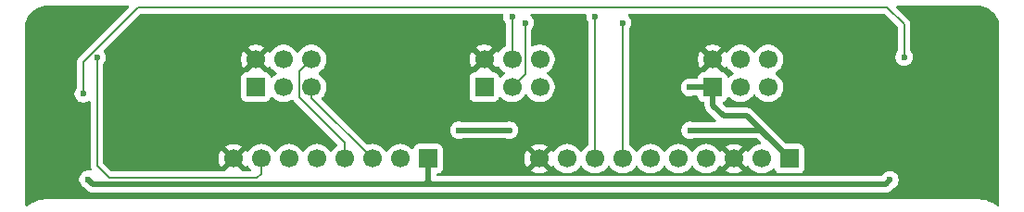
<source format=gbr>
%TF.GenerationSoftware,KiCad,Pcbnew,9.0.2*%
%TF.CreationDate,2025-07-24T17:01:52+02:00*%
%TF.ProjectId,SAO_V2,53414f5f-5632-42e6-9b69-6361645f7063,rev?*%
%TF.SameCoordinates,Original*%
%TF.FileFunction,Copper,L2,Bot*%
%TF.FilePolarity,Positive*%
%FSLAX46Y46*%
G04 Gerber Fmt 4.6, Leading zero omitted, Abs format (unit mm)*
G04 Created by KiCad (PCBNEW 9.0.2) date 2025-07-24 17:01:52*
%MOMM*%
%LPD*%
G01*
G04 APERTURE LIST*
%TA.AperFunction,ComponentPad*%
%ADD10R,1.700000X1.700000*%
%TD*%
%TA.AperFunction,ComponentPad*%
%ADD11C,1.700000*%
%TD*%
%TA.AperFunction,ViaPad*%
%ADD12C,0.600000*%
%TD*%
%TA.AperFunction,Conductor*%
%ADD13C,0.500000*%
%TD*%
%TA.AperFunction,Conductor*%
%ADD14C,0.150000*%
%TD*%
G04 APERTURE END LIST*
D10*
%TO.P,J3,1,VCC*%
%TO.N,+3.3V*%
X103310000Y-144455000D03*
D11*
%TO.P,J3,2,GND*%
%TO.N,GND*%
X103310000Y-141915000D03*
%TO.P,J3,3,SDA*%
%TO.N,I2C2.SDA*%
X105850000Y-144455000D03*
%TO.P,J3,4,SCL*%
%TO.N,I2C2.SCL*%
X105850000Y-141915000D03*
%TO.P,J3,5,GPIO1*%
%TO.N,GPIO3*%
X108390000Y-144455000D03*
%TO.P,J3,6,GPIO2*%
%TO.N,GPIO8*%
X108390000Y-141915000D03*
%TD*%
D10*
%TO.P,J1,1,VCC*%
%TO.N,+3.3V*%
X61570000Y-144455000D03*
D11*
%TO.P,J1,2,GND*%
%TO.N,GND*%
X61570000Y-141915000D03*
%TO.P,J1,3,SDA*%
%TO.N,I2C2.SDA*%
X64110000Y-144455000D03*
%TO.P,J1,4,SCL*%
%TO.N,I2C2.SCL*%
X64110000Y-141915000D03*
%TO.P,J1,5,GPIO1*%
%TO.N,GPIO7*%
X66650000Y-144455000D03*
%TO.P,J1,6,GPIO2*%
%TO.N,GPIO5*%
X66650000Y-141915000D03*
%TD*%
D10*
%TO.P,J5,1,Pin_1*%
%TO.N,+3.3V*%
X110330000Y-151000000D03*
D11*
%TO.P,J5,2,Pin_2*%
%TO.N,unconnected-(J5-Pin_2-Pad2)*%
X107790000Y-151000000D03*
%TO.P,J5,3,Pin_3*%
%TO.N,GND*%
X105250000Y-151000000D03*
%TO.P,J5,4,Pin_4*%
%TO.N,unconnected-(J5-Pin_4-Pad4)*%
X102710000Y-151000000D03*
%TO.P,J5,5,Pin_5*%
%TO.N,unconnected-(J5-Pin_5-Pad5)*%
X100170000Y-151000000D03*
%TO.P,J5,6,Pin_6*%
%TO.N,unconnected-(J5-Pin_6-Pad6)*%
X97630000Y-151000000D03*
%TO.P,J5,7,Pin_7*%
%TO.N,I2C2.SDA*%
X95090000Y-151000000D03*
%TO.P,J5,8,Pin_8*%
%TO.N,I2C2.SCL*%
X92550000Y-151000000D03*
%TO.P,J5,9,Pin_9*%
%TO.N,unconnected-(J5-Pin_9-Pad9)*%
X90010000Y-151000000D03*
%TO.P,J5,10,Pin_10*%
%TO.N,GND*%
X87470000Y-151000000D03*
%TD*%
D10*
%TO.P,J6,1,Pin_1*%
%TO.N,+5V*%
X77310000Y-151000000D03*
D11*
%TO.P,J6,2,Pin_2*%
%TO.N,unconnected-(J6-Pin_2-Pad2)*%
X74770000Y-151000000D03*
%TO.P,J6,3,Pin_3*%
%TO.N,GPIO7*%
X72230000Y-151000000D03*
%TO.P,J6,4,Pin_4*%
%TO.N,GPIO5*%
X69690000Y-151000000D03*
%TO.P,J6,5,Pin_5*%
%TO.N,GPIO3*%
X67150000Y-151000000D03*
%TO.P,J6,6,Pin_6*%
%TO.N,GPIO8*%
X64610000Y-151000000D03*
%TO.P,J6,7,Pin_7*%
%TO.N,GPIO10*%
X62070000Y-151000000D03*
%TO.P,J6,8,Pin_8*%
%TO.N,GND*%
X59530000Y-151000000D03*
%TD*%
D10*
%TO.P,J2,1,VCC*%
%TO.N,+3.3V*%
X82440000Y-144455000D03*
D11*
%TO.P,J2,2,GND*%
%TO.N,GND*%
X82440000Y-141915000D03*
%TO.P,J2,3,SDA*%
%TO.N,I2C2.SDA*%
X84980000Y-144455000D03*
%TO.P,J2,4,SCL*%
%TO.N,I2C2.SCL*%
X84980000Y-141915000D03*
%TO.P,J2,5,GPIO1*%
%TO.N,GPIO7*%
X87520000Y-144455000D03*
%TO.P,J2,6,GPIO2*%
%TO.N,GPIO5*%
X87520000Y-141915000D03*
%TD*%
D12*
%TO.N,+3.3V*%
X84740000Y-148390000D03*
X101240000Y-148390000D03*
X101190000Y-144480000D03*
X80110000Y-148390000D03*
%TO.N,+5V*%
X119500000Y-152950000D03*
X46230000Y-152880000D03*
%TO.N,I2C2.SCL*%
X92550000Y-137995000D03*
X84980000Y-137990000D03*
%TO.N,I2C2.SDA*%
X86170000Y-138570000D03*
X95090000Y-138570000D03*
%TO.N,GPIO10*%
X47050000Y-141730000D03*
%TO.N,Net-(D2-DOUT)*%
X45810000Y-145060000D03*
X120800000Y-141700000D03*
%TD*%
D13*
%TO.N,+3.3V*%
X110330000Y-151000000D02*
X107720000Y-148390000D01*
X80110000Y-148390000D02*
X84740000Y-148390000D01*
X101215000Y-144455000D02*
X101190000Y-144480000D01*
X104290000Y-147080000D02*
X103310000Y-146100000D01*
X106420000Y-147090000D02*
X104290000Y-147090000D01*
X107720000Y-148390000D02*
X101240000Y-148390000D01*
X104290000Y-147090000D02*
X104290000Y-147080000D01*
X103310000Y-144455000D02*
X101215000Y-144455000D01*
X103310000Y-146100000D02*
X103310000Y-144455000D01*
X110330000Y-151000000D02*
X106420000Y-147090000D01*
%TO.N,+5V*%
X46700000Y-153350000D02*
X59460000Y-153350000D01*
X77600000Y-153350000D02*
X119100000Y-153350000D01*
X46230000Y-152880000D02*
X46700000Y-153350000D01*
X77310000Y-151000000D02*
X77310000Y-153050000D01*
X77310000Y-153050000D02*
X77600000Y-153340000D01*
X59460000Y-153350000D02*
X77010000Y-153350000D01*
X77310000Y-153050000D02*
X77010000Y-153350000D01*
X119100000Y-153350000D02*
X119500000Y-152950000D01*
X77600000Y-153340000D02*
X77600000Y-153350000D01*
X77010000Y-153350000D02*
X77600000Y-153350000D01*
D14*
%TO.N,I2C2.SCL*%
X84980000Y-141915000D02*
X84980000Y-137990000D01*
X92550000Y-151000000D02*
X92550000Y-137995000D01*
%TO.N,I2C2.SDA*%
X86170000Y-143265000D02*
X86170000Y-138570000D01*
X84980000Y-144455000D02*
X86170000Y-143265000D01*
X95090000Y-151000000D02*
X95090000Y-138570000D01*
%TO.N,GPIO7*%
X72230000Y-151000000D02*
X66650000Y-145420000D01*
X66650000Y-145420000D02*
X66650000Y-144455000D01*
%TO.N,GPIO5*%
X65524000Y-143041000D02*
X66650000Y-141915000D01*
X69690000Y-151000000D02*
X69690000Y-149550000D01*
X65524000Y-145384000D02*
X65524000Y-143041000D01*
X69690000Y-149550000D02*
X65524000Y-145384000D01*
%TO.N,GPIO10*%
X62070000Y-152360000D02*
X61690000Y-152740000D01*
X62070000Y-151000000D02*
X62070000Y-152360000D01*
X47050000Y-151630000D02*
X47050000Y-141730000D01*
X48160000Y-152740000D02*
X47050000Y-151630000D01*
X61690000Y-152740000D02*
X48160000Y-152740000D01*
%TO.N,Net-(D2-DOUT)*%
X119260000Y-137160000D02*
X50805412Y-137160000D01*
X120800000Y-138700000D02*
X119260000Y-137160000D01*
X50805412Y-137160000D02*
X45810000Y-142155412D01*
X45810000Y-142155412D02*
X45810000Y-145060000D01*
X120800000Y-141700000D02*
X120800000Y-138700000D01*
%TD*%
%TA.AperFunction,Conductor*%
%TO.N,GND*%
G36*
X49936508Y-137002386D02*
G01*
X49982263Y-137055190D01*
X49992207Y-137124348D01*
X49963182Y-137187904D01*
X49957150Y-137194382D01*
X45349487Y-141802044D01*
X45349485Y-141802047D01*
X45273719Y-141933275D01*
X45234500Y-142079646D01*
X45234500Y-144452059D01*
X45214815Y-144519098D01*
X45198181Y-144539740D01*
X45188213Y-144549707D01*
X45188210Y-144549711D01*
X45100609Y-144680814D01*
X45100602Y-144680827D01*
X45040264Y-144826498D01*
X45040261Y-144826510D01*
X45009500Y-144981153D01*
X45009500Y-145138846D01*
X45040261Y-145293489D01*
X45040264Y-145293501D01*
X45100602Y-145439172D01*
X45100609Y-145439185D01*
X45188210Y-145570288D01*
X45188213Y-145570292D01*
X45299707Y-145681786D01*
X45299711Y-145681789D01*
X45430814Y-145769390D01*
X45430827Y-145769397D01*
X45517989Y-145805500D01*
X45576503Y-145829737D01*
X45718761Y-145858034D01*
X45731153Y-145860499D01*
X45731156Y-145860500D01*
X45731158Y-145860500D01*
X45888844Y-145860500D01*
X45888845Y-145860499D01*
X46043497Y-145829737D01*
X46189179Y-145769394D01*
X46281609Y-145707633D01*
X46348286Y-145686756D01*
X46415666Y-145705240D01*
X46462357Y-145757219D01*
X46474500Y-145810736D01*
X46474500Y-151554234D01*
X46474500Y-151705766D01*
X46475050Y-151707820D01*
X46513720Y-151852137D01*
X46513720Y-151852138D01*
X46551763Y-151918030D01*
X46568236Y-151985930D01*
X46545384Y-152051957D01*
X46490462Y-152095148D01*
X46420909Y-152101789D01*
X46420185Y-152101647D01*
X46308845Y-152079500D01*
X46308842Y-152079500D01*
X46151158Y-152079500D01*
X46151155Y-152079500D01*
X45996510Y-152110261D01*
X45996498Y-152110264D01*
X45850827Y-152170602D01*
X45850814Y-152170609D01*
X45719711Y-152258210D01*
X45719707Y-152258213D01*
X45608213Y-152369707D01*
X45608210Y-152369711D01*
X45520609Y-152500814D01*
X45520602Y-152500827D01*
X45460264Y-152646498D01*
X45460261Y-152646510D01*
X45429500Y-152801153D01*
X45429500Y-152958846D01*
X45460261Y-153113489D01*
X45460264Y-153113501D01*
X45520602Y-153259172D01*
X45520609Y-153259185D01*
X45608210Y-153390288D01*
X45608213Y-153390292D01*
X45719710Y-153501789D01*
X45807315Y-153560324D01*
X45850821Y-153589394D01*
X45850826Y-153589396D01*
X45850828Y-153589397D01*
X45874473Y-153599191D01*
X45914705Y-153626072D01*
X46221580Y-153932948D01*
X46221584Y-153932951D01*
X46344498Y-154015080D01*
X46344511Y-154015087D01*
X46481082Y-154071656D01*
X46481087Y-154071658D01*
X46481091Y-154071658D01*
X46481092Y-154071659D01*
X46626079Y-154100500D01*
X46626082Y-154100500D01*
X119173920Y-154100500D01*
X119271462Y-154081096D01*
X119318913Y-154071658D01*
X119455495Y-154015084D01*
X119504729Y-153982186D01*
X119578416Y-153932952D01*
X119815297Y-153696068D01*
X119855525Y-153669190D01*
X119879179Y-153659394D01*
X120010289Y-153571789D01*
X120121789Y-153460289D01*
X120209394Y-153329179D01*
X120269737Y-153183497D01*
X120300500Y-153028842D01*
X120300500Y-152871158D01*
X120300500Y-152871155D01*
X120300499Y-152871153D01*
X120269738Y-152716510D01*
X120269737Y-152716503D01*
X120240745Y-152646510D01*
X120209397Y-152570827D01*
X120209390Y-152570814D01*
X120121789Y-152439711D01*
X120121786Y-152439707D01*
X120010292Y-152328213D01*
X120010288Y-152328210D01*
X119879185Y-152240609D01*
X119879172Y-152240602D01*
X119733501Y-152180264D01*
X119733489Y-152180261D01*
X119578845Y-152149500D01*
X119578842Y-152149500D01*
X119421158Y-152149500D01*
X119421155Y-152149500D01*
X119266510Y-152180261D01*
X119266498Y-152180264D01*
X119120827Y-152240602D01*
X119120814Y-152240609D01*
X118989711Y-152328210D01*
X118989707Y-152328213D01*
X118878210Y-152439710D01*
X118808266Y-152544391D01*
X118754654Y-152589196D01*
X118705164Y-152599500D01*
X78184500Y-152599500D01*
X78175814Y-152596949D01*
X78166853Y-152598238D01*
X78142812Y-152587259D01*
X78117461Y-152579815D01*
X78111533Y-152572974D01*
X78103297Y-152569213D01*
X78089007Y-152546978D01*
X78071706Y-152527011D01*
X78069418Y-152516496D01*
X78065523Y-152510435D01*
X78060500Y-152475500D01*
X78060500Y-152474499D01*
X78080185Y-152407460D01*
X78132989Y-152361705D01*
X78184500Y-152350499D01*
X78207871Y-152350499D01*
X78207872Y-152350499D01*
X78267483Y-152344091D01*
X78402331Y-152293796D01*
X78517546Y-152207546D01*
X78603796Y-152092331D01*
X78654091Y-151957483D01*
X78660500Y-151897873D01*
X78660499Y-150102128D01*
X78654091Y-150042517D01*
X78617617Y-149944726D01*
X78603798Y-149907673D01*
X78603793Y-149907664D01*
X78517547Y-149792455D01*
X78517544Y-149792452D01*
X78402335Y-149706206D01*
X78402328Y-149706202D01*
X78267482Y-149655908D01*
X78267483Y-149655908D01*
X78207883Y-149649501D01*
X78207881Y-149649500D01*
X78207873Y-149649500D01*
X78207864Y-149649500D01*
X76412129Y-149649500D01*
X76412123Y-149649501D01*
X76352516Y-149655908D01*
X76217671Y-149706202D01*
X76217664Y-149706206D01*
X76102455Y-149792452D01*
X76102452Y-149792455D01*
X76016206Y-149907664D01*
X76016203Y-149907669D01*
X75967189Y-150039083D01*
X75925317Y-150095016D01*
X75859853Y-150119433D01*
X75791580Y-150104581D01*
X75763326Y-150083430D01*
X75649786Y-149969890D01*
X75477820Y-149844951D01*
X75288414Y-149748444D01*
X75288413Y-149748443D01*
X75288412Y-149748443D01*
X75086243Y-149682754D01*
X75086241Y-149682753D01*
X75086240Y-149682753D01*
X74924957Y-149657208D01*
X74876287Y-149649500D01*
X74663713Y-149649500D01*
X74615042Y-149657208D01*
X74453760Y-149682753D01*
X74251585Y-149748444D01*
X74062179Y-149844951D01*
X73890213Y-149969890D01*
X73739890Y-150120213D01*
X73614949Y-150292182D01*
X73610484Y-150300946D01*
X73562509Y-150351742D01*
X73494688Y-150368536D01*
X73428553Y-150345998D01*
X73389516Y-150300946D01*
X73385050Y-150292182D01*
X73260109Y-150120213D01*
X73109786Y-149969890D01*
X72937820Y-149844951D01*
X72748414Y-149748444D01*
X72748413Y-149748443D01*
X72748412Y-149748443D01*
X72546243Y-149682754D01*
X72546241Y-149682753D01*
X72546240Y-149682753D01*
X72384957Y-149657208D01*
X72336287Y-149649500D01*
X72123713Y-149649500D01*
X72097757Y-149653611D01*
X71913757Y-149682753D01*
X71844788Y-149705162D01*
X71774947Y-149707156D01*
X71718791Y-149674911D01*
X70355033Y-148311153D01*
X79309500Y-148311153D01*
X79309500Y-148468846D01*
X79340261Y-148623489D01*
X79340264Y-148623501D01*
X79400602Y-148769172D01*
X79400609Y-148769185D01*
X79488210Y-148900288D01*
X79488213Y-148900292D01*
X79599707Y-149011786D01*
X79599711Y-149011789D01*
X79730814Y-149099390D01*
X79730827Y-149099397D01*
X79830060Y-149140500D01*
X79876503Y-149159737D01*
X80031153Y-149190499D01*
X80031156Y-149190500D01*
X80031158Y-149190500D01*
X80188844Y-149190500D01*
X80188845Y-149190499D01*
X80265152Y-149175320D01*
X80343488Y-149159739D01*
X80343489Y-149159738D01*
X80343497Y-149159737D01*
X80367155Y-149149937D01*
X80414604Y-149140500D01*
X84435396Y-149140500D01*
X84482844Y-149149937D01*
X84506503Y-149159737D01*
X84506508Y-149159738D01*
X84506511Y-149159739D01*
X84661153Y-149190499D01*
X84661156Y-149190500D01*
X84661158Y-149190500D01*
X84818844Y-149190500D01*
X84818845Y-149190499D01*
X84973497Y-149159737D01*
X85119179Y-149099394D01*
X85250289Y-149011789D01*
X85361789Y-148900289D01*
X85449394Y-148769179D01*
X85509737Y-148623497D01*
X85540500Y-148468842D01*
X85540500Y-148311158D01*
X85540500Y-148311155D01*
X85540499Y-148311153D01*
X85509738Y-148156510D01*
X85509737Y-148156503D01*
X85509735Y-148156498D01*
X85449397Y-148010827D01*
X85449390Y-148010814D01*
X85361789Y-147879711D01*
X85361786Y-147879707D01*
X85250292Y-147768213D01*
X85250288Y-147768210D01*
X85119185Y-147680609D01*
X85119172Y-147680602D01*
X84973501Y-147620264D01*
X84973489Y-147620261D01*
X84818845Y-147589500D01*
X84818842Y-147589500D01*
X84661158Y-147589500D01*
X84661155Y-147589500D01*
X84506511Y-147620260D01*
X84506506Y-147620262D01*
X84506504Y-147620262D01*
X84506503Y-147620263D01*
X84482844Y-147630062D01*
X84435396Y-147639500D01*
X80414604Y-147639500D01*
X80367155Y-147630062D01*
X80343497Y-147620263D01*
X80343493Y-147620262D01*
X80343488Y-147620260D01*
X80188845Y-147589500D01*
X80188842Y-147589500D01*
X80031158Y-147589500D01*
X80031155Y-147589500D01*
X79876510Y-147620261D01*
X79876498Y-147620264D01*
X79730827Y-147680602D01*
X79730814Y-147680609D01*
X79599711Y-147768210D01*
X79599707Y-147768213D01*
X79488213Y-147879707D01*
X79488210Y-147879711D01*
X79400609Y-148010814D01*
X79400602Y-148010827D01*
X79340264Y-148156498D01*
X79340261Y-148156510D01*
X79309500Y-148311153D01*
X70355033Y-148311153D01*
X67617069Y-145573189D01*
X67583584Y-145511866D01*
X67588568Y-145442174D01*
X67617069Y-145397827D01*
X67643327Y-145371569D01*
X67680104Y-145334792D01*
X67680106Y-145334788D01*
X67680109Y-145334786D01*
X67805048Y-145162820D01*
X67805047Y-145162820D01*
X67805051Y-145162816D01*
X67901557Y-144973412D01*
X67967246Y-144771243D01*
X68000500Y-144561287D01*
X68000500Y-144348713D01*
X67967246Y-144138757D01*
X67901557Y-143936588D01*
X67805051Y-143747184D01*
X67805049Y-143747181D01*
X67805048Y-143747179D01*
X67680109Y-143575213D01*
X67529786Y-143424890D01*
X67357820Y-143299951D01*
X67357115Y-143299591D01*
X67349054Y-143295485D01*
X67298259Y-143247512D01*
X67281463Y-143179692D01*
X67303999Y-143113556D01*
X67349054Y-143074515D01*
X67357816Y-143070051D01*
X67424501Y-143021602D01*
X67529786Y-142945109D01*
X67529788Y-142945106D01*
X67529792Y-142945104D01*
X67680104Y-142794792D01*
X67680106Y-142794788D01*
X67680109Y-142794786D01*
X67805048Y-142622820D01*
X67805050Y-142622817D01*
X67805051Y-142622816D01*
X67901557Y-142433412D01*
X67967246Y-142231243D01*
X68000500Y-142021287D01*
X68000500Y-141808713D01*
X67967246Y-141598757D01*
X67901557Y-141396588D01*
X67805051Y-141207184D01*
X67805049Y-141207181D01*
X67805048Y-141207179D01*
X67680109Y-141035213D01*
X67529786Y-140884890D01*
X67357820Y-140759951D01*
X67168414Y-140663444D01*
X67168413Y-140663443D01*
X67168412Y-140663443D01*
X66966243Y-140597754D01*
X66966241Y-140597753D01*
X66966240Y-140597753D01*
X66804957Y-140572208D01*
X66756287Y-140564500D01*
X66543713Y-140564500D01*
X66495042Y-140572208D01*
X66333760Y-140597753D01*
X66131585Y-140663444D01*
X65942179Y-140759951D01*
X65770213Y-140884890D01*
X65619890Y-141035213D01*
X65494949Y-141207182D01*
X65490484Y-141215946D01*
X65442509Y-141266742D01*
X65374688Y-141283536D01*
X65308553Y-141260998D01*
X65269516Y-141215946D01*
X65265050Y-141207182D01*
X65140109Y-141035213D01*
X64989786Y-140884890D01*
X64817820Y-140759951D01*
X64628414Y-140663444D01*
X64628413Y-140663443D01*
X64628412Y-140663443D01*
X64426243Y-140597754D01*
X64426241Y-140597753D01*
X64426240Y-140597753D01*
X64264957Y-140572208D01*
X64216287Y-140564500D01*
X64003713Y-140564500D01*
X63955042Y-140572208D01*
X63793760Y-140597753D01*
X63591585Y-140663444D01*
X63402179Y-140759951D01*
X63230213Y-140884890D01*
X63079890Y-141035213D01*
X62954949Y-141207182D01*
X62950202Y-141216499D01*
X62902227Y-141267293D01*
X62834405Y-141284087D01*
X62768271Y-141261548D01*
X62729234Y-141216495D01*
X62724626Y-141207452D01*
X62685270Y-141153282D01*
X62685269Y-141153282D01*
X62052962Y-141785590D01*
X62035925Y-141722007D01*
X61970099Y-141607993D01*
X61877007Y-141514901D01*
X61762993Y-141449075D01*
X61699409Y-141432037D01*
X62331716Y-140799728D01*
X62277550Y-140760375D01*
X62088217Y-140663904D01*
X61886129Y-140598242D01*
X61676246Y-140565000D01*
X61463754Y-140565000D01*
X61253872Y-140598242D01*
X61253869Y-140598242D01*
X61051782Y-140663904D01*
X60862439Y-140760380D01*
X60808282Y-140799727D01*
X60808282Y-140799728D01*
X61440591Y-141432037D01*
X61377007Y-141449075D01*
X61262993Y-141514901D01*
X61169901Y-141607993D01*
X61104075Y-141722007D01*
X61087037Y-141785591D01*
X60454728Y-141153282D01*
X60454727Y-141153282D01*
X60415380Y-141207439D01*
X60318904Y-141396782D01*
X60253242Y-141598869D01*
X60253242Y-141598872D01*
X60220000Y-141808753D01*
X60220000Y-142021246D01*
X60253242Y-142231127D01*
X60253242Y-142231130D01*
X60318904Y-142433217D01*
X60415375Y-142622550D01*
X60454728Y-142676716D01*
X61087037Y-142044408D01*
X61104075Y-142107993D01*
X61169901Y-142222007D01*
X61262993Y-142315099D01*
X61377007Y-142380925D01*
X61440590Y-142397962D01*
X60770370Y-143068181D01*
X60709047Y-143101666D01*
X60682698Y-143104500D01*
X60672134Y-143104500D01*
X60672123Y-143104501D01*
X60612516Y-143110908D01*
X60477671Y-143161202D01*
X60477664Y-143161206D01*
X60362455Y-143247452D01*
X60362452Y-143247455D01*
X60276206Y-143362664D01*
X60276202Y-143362671D01*
X60225908Y-143497517D01*
X60219501Y-143557116D01*
X60219500Y-143557135D01*
X60219500Y-145352870D01*
X60219501Y-145352876D01*
X60225908Y-145412483D01*
X60276202Y-145547328D01*
X60276206Y-145547335D01*
X60362452Y-145662544D01*
X60362455Y-145662547D01*
X60477664Y-145748793D01*
X60477671Y-145748797D01*
X60612517Y-145799091D01*
X60612516Y-145799091D01*
X60619444Y-145799835D01*
X60672127Y-145805500D01*
X62467872Y-145805499D01*
X62527483Y-145799091D01*
X62662331Y-145748796D01*
X62777546Y-145662546D01*
X62863796Y-145547331D01*
X62912810Y-145415916D01*
X62954681Y-145359984D01*
X63020145Y-145335566D01*
X63088418Y-145350417D01*
X63116673Y-145371569D01*
X63230213Y-145485109D01*
X63402179Y-145610048D01*
X63402181Y-145610049D01*
X63402184Y-145610051D01*
X63591588Y-145706557D01*
X63793757Y-145772246D01*
X64003713Y-145805500D01*
X64003714Y-145805500D01*
X64216286Y-145805500D01*
X64216287Y-145805500D01*
X64426243Y-145772246D01*
X64628412Y-145706557D01*
X64817816Y-145610051D01*
X64827686Y-145602880D01*
X64893492Y-145579398D01*
X64961546Y-145595222D01*
X65007960Y-145641194D01*
X65063485Y-145737365D01*
X65063487Y-145737367D01*
X68988922Y-149662802D01*
X69022407Y-149724125D01*
X69017423Y-149793817D01*
X68975551Y-149849750D01*
X68974127Y-149850801D01*
X68810209Y-149969894D01*
X68659890Y-150120213D01*
X68534949Y-150292182D01*
X68530484Y-150300946D01*
X68482509Y-150351742D01*
X68414688Y-150368536D01*
X68348553Y-150345998D01*
X68309516Y-150300946D01*
X68305050Y-150292182D01*
X68180109Y-150120213D01*
X68029786Y-149969890D01*
X67857820Y-149844951D01*
X67668414Y-149748444D01*
X67668413Y-149748443D01*
X67668412Y-149748443D01*
X67466243Y-149682754D01*
X67466241Y-149682753D01*
X67466240Y-149682753D01*
X67304957Y-149657208D01*
X67256287Y-149649500D01*
X67043713Y-149649500D01*
X66995042Y-149657208D01*
X66833760Y-149682753D01*
X66631585Y-149748444D01*
X66442179Y-149844951D01*
X66270213Y-149969890D01*
X66119890Y-150120213D01*
X65994949Y-150292182D01*
X65990484Y-150300946D01*
X65942509Y-150351742D01*
X65874688Y-150368536D01*
X65808553Y-150345998D01*
X65769516Y-150300946D01*
X65765050Y-150292182D01*
X65640109Y-150120213D01*
X65489786Y-149969890D01*
X65317820Y-149844951D01*
X65128414Y-149748444D01*
X65128413Y-149748443D01*
X65128412Y-149748443D01*
X64926243Y-149682754D01*
X64926241Y-149682753D01*
X64926240Y-149682753D01*
X64764957Y-149657208D01*
X64716287Y-149649500D01*
X64503713Y-149649500D01*
X64455042Y-149657208D01*
X64293760Y-149682753D01*
X64091585Y-149748444D01*
X63902179Y-149844951D01*
X63730213Y-149969890D01*
X63579890Y-150120213D01*
X63454949Y-150292182D01*
X63450484Y-150300946D01*
X63402509Y-150351742D01*
X63334688Y-150368536D01*
X63268553Y-150345998D01*
X63229516Y-150300946D01*
X63225050Y-150292182D01*
X63100109Y-150120213D01*
X62949786Y-149969890D01*
X62777820Y-149844951D01*
X62588414Y-149748444D01*
X62588413Y-149748443D01*
X62588412Y-149748443D01*
X62386243Y-149682754D01*
X62386241Y-149682753D01*
X62386240Y-149682753D01*
X62224957Y-149657208D01*
X62176287Y-149649500D01*
X61963713Y-149649500D01*
X61915042Y-149657208D01*
X61753760Y-149682753D01*
X61551585Y-149748444D01*
X61362179Y-149844951D01*
X61190213Y-149969890D01*
X61039890Y-150120213D01*
X60914949Y-150292182D01*
X60910202Y-150301499D01*
X60862227Y-150352293D01*
X60794405Y-150369087D01*
X60728271Y-150346548D01*
X60689234Y-150301495D01*
X60684626Y-150292452D01*
X60645270Y-150238282D01*
X60645269Y-150238282D01*
X60012962Y-150870590D01*
X59995925Y-150807007D01*
X59930099Y-150692993D01*
X59837007Y-150599901D01*
X59722993Y-150534075D01*
X59659409Y-150517037D01*
X60291716Y-149884728D01*
X60237550Y-149845375D01*
X60048217Y-149748904D01*
X59846129Y-149683242D01*
X59636246Y-149650000D01*
X59423754Y-149650000D01*
X59213872Y-149683242D01*
X59213869Y-149683242D01*
X59011782Y-149748904D01*
X58822439Y-149845380D01*
X58768282Y-149884727D01*
X58768282Y-149884728D01*
X59400591Y-150517037D01*
X59337007Y-150534075D01*
X59222993Y-150599901D01*
X59129901Y-150692993D01*
X59064075Y-150807007D01*
X59047037Y-150870591D01*
X58414728Y-150238282D01*
X58414727Y-150238282D01*
X58375380Y-150292439D01*
X58278904Y-150481782D01*
X58213242Y-150683869D01*
X58213242Y-150683872D01*
X58180000Y-150893753D01*
X58180000Y-151106246D01*
X58213242Y-151316127D01*
X58213242Y-151316130D01*
X58278904Y-151518217D01*
X58375375Y-151707550D01*
X58414728Y-151761716D01*
X59047037Y-151129408D01*
X59064075Y-151192993D01*
X59129901Y-151307007D01*
X59222993Y-151400099D01*
X59337007Y-151465925D01*
X59400591Y-151482962D01*
X58755371Y-152128181D01*
X58694048Y-152161666D01*
X58667690Y-152164500D01*
X48449742Y-152164500D01*
X48382703Y-152144815D01*
X48362061Y-152128181D01*
X47661819Y-151427939D01*
X47628334Y-151366616D01*
X47625500Y-151340258D01*
X47625500Y-142337940D01*
X47645185Y-142270901D01*
X47661822Y-142250256D01*
X47671787Y-142240291D01*
X47671789Y-142240289D01*
X47759394Y-142109179D01*
X47819737Y-141963497D01*
X47850500Y-141808842D01*
X47850500Y-141651158D01*
X47850500Y-141651155D01*
X47850499Y-141651153D01*
X47841914Y-141607993D01*
X47819737Y-141496503D01*
X47778432Y-141396782D01*
X47759397Y-141350827D01*
X47759390Y-141350814D01*
X47683382Y-141237060D01*
X47662504Y-141170382D01*
X47680989Y-141103002D01*
X47698799Y-141080492D01*
X51007473Y-137771819D01*
X51068796Y-137738334D01*
X51095154Y-137735500D01*
X84063346Y-137735500D01*
X84130385Y-137755185D01*
X84176140Y-137807989D01*
X84186084Y-137877147D01*
X84184963Y-137883692D01*
X84179500Y-137911155D01*
X84179500Y-138068846D01*
X84210261Y-138223489D01*
X84210264Y-138223501D01*
X84270602Y-138369172D01*
X84270609Y-138369185D01*
X84358210Y-138500288D01*
X84358212Y-138500291D01*
X84368178Y-138510256D01*
X84401665Y-138571578D01*
X84404500Y-138597940D01*
X84404500Y-140616542D01*
X84384815Y-140683581D01*
X84336796Y-140727026D01*
X84272182Y-140759949D01*
X84100213Y-140884890D01*
X83949890Y-141035213D01*
X83824949Y-141207182D01*
X83820202Y-141216499D01*
X83772227Y-141267293D01*
X83704405Y-141284087D01*
X83638271Y-141261548D01*
X83599234Y-141216495D01*
X83594626Y-141207452D01*
X83555270Y-141153282D01*
X83555269Y-141153282D01*
X82922962Y-141785590D01*
X82905925Y-141722007D01*
X82840099Y-141607993D01*
X82747007Y-141514901D01*
X82632993Y-141449075D01*
X82569409Y-141432037D01*
X83201716Y-140799728D01*
X83147550Y-140760375D01*
X82958217Y-140663904D01*
X82756129Y-140598242D01*
X82546246Y-140565000D01*
X82333754Y-140565000D01*
X82123872Y-140598242D01*
X82123869Y-140598242D01*
X81921782Y-140663904D01*
X81732439Y-140760380D01*
X81678282Y-140799727D01*
X81678282Y-140799728D01*
X82310591Y-141432037D01*
X82247007Y-141449075D01*
X82132993Y-141514901D01*
X82039901Y-141607993D01*
X81974075Y-141722007D01*
X81957037Y-141785591D01*
X81324728Y-141153282D01*
X81324727Y-141153282D01*
X81285380Y-141207439D01*
X81188904Y-141396782D01*
X81123242Y-141598869D01*
X81123242Y-141598872D01*
X81090000Y-141808753D01*
X81090000Y-142021246D01*
X81123242Y-142231127D01*
X81123242Y-142231130D01*
X81188904Y-142433217D01*
X81285375Y-142622550D01*
X81324728Y-142676716D01*
X81957037Y-142044408D01*
X81974075Y-142107993D01*
X82039901Y-142222007D01*
X82132993Y-142315099D01*
X82247007Y-142380925D01*
X82310590Y-142397962D01*
X81640370Y-143068181D01*
X81579047Y-143101666D01*
X81552698Y-143104500D01*
X81542134Y-143104500D01*
X81542123Y-143104501D01*
X81482516Y-143110908D01*
X81347671Y-143161202D01*
X81347664Y-143161206D01*
X81232455Y-143247452D01*
X81232452Y-143247455D01*
X81146206Y-143362664D01*
X81146202Y-143362671D01*
X81095908Y-143497517D01*
X81089501Y-143557116D01*
X81089500Y-143557135D01*
X81089500Y-145352870D01*
X81089501Y-145352876D01*
X81095908Y-145412483D01*
X81146202Y-145547328D01*
X81146206Y-145547335D01*
X81232452Y-145662544D01*
X81232455Y-145662547D01*
X81347664Y-145748793D01*
X81347671Y-145748797D01*
X81482517Y-145799091D01*
X81482516Y-145799091D01*
X81489444Y-145799835D01*
X81542127Y-145805500D01*
X83337872Y-145805499D01*
X83397483Y-145799091D01*
X83532331Y-145748796D01*
X83647546Y-145662546D01*
X83733796Y-145547331D01*
X83782810Y-145415916D01*
X83824681Y-145359984D01*
X83890145Y-145335566D01*
X83958418Y-145350417D01*
X83986673Y-145371569D01*
X84100213Y-145485109D01*
X84272179Y-145610048D01*
X84272181Y-145610049D01*
X84272184Y-145610051D01*
X84461588Y-145706557D01*
X84663757Y-145772246D01*
X84873713Y-145805500D01*
X84873714Y-145805500D01*
X85086286Y-145805500D01*
X85086287Y-145805500D01*
X85296243Y-145772246D01*
X85498412Y-145706557D01*
X85687816Y-145610051D01*
X85742544Y-145570289D01*
X85859786Y-145485109D01*
X85859788Y-145485106D01*
X85859792Y-145485104D01*
X86010104Y-145334792D01*
X86010106Y-145334788D01*
X86010109Y-145334786D01*
X86135048Y-145162820D01*
X86135047Y-145162820D01*
X86135051Y-145162816D01*
X86139514Y-145154054D01*
X86187488Y-145103259D01*
X86255308Y-145086463D01*
X86321444Y-145108999D01*
X86360486Y-145154056D01*
X86364951Y-145162820D01*
X86489890Y-145334786D01*
X86640213Y-145485109D01*
X86812179Y-145610048D01*
X86812181Y-145610049D01*
X86812184Y-145610051D01*
X87001588Y-145706557D01*
X87203757Y-145772246D01*
X87413713Y-145805500D01*
X87413714Y-145805500D01*
X87626286Y-145805500D01*
X87626287Y-145805500D01*
X87836243Y-145772246D01*
X88038412Y-145706557D01*
X88227816Y-145610051D01*
X88282544Y-145570289D01*
X88399786Y-145485109D01*
X88399788Y-145485106D01*
X88399792Y-145485104D01*
X88550104Y-145334792D01*
X88550106Y-145334788D01*
X88550109Y-145334786D01*
X88675048Y-145162820D01*
X88675047Y-145162820D01*
X88675051Y-145162816D01*
X88771557Y-144973412D01*
X88837246Y-144771243D01*
X88870500Y-144561287D01*
X88870500Y-144348713D01*
X88837246Y-144138757D01*
X88771557Y-143936588D01*
X88675051Y-143747184D01*
X88675049Y-143747181D01*
X88675048Y-143747179D01*
X88550109Y-143575213D01*
X88399786Y-143424890D01*
X88227820Y-143299951D01*
X88227115Y-143299591D01*
X88219054Y-143295485D01*
X88168259Y-143247512D01*
X88151463Y-143179692D01*
X88173999Y-143113556D01*
X88219054Y-143074515D01*
X88227816Y-143070051D01*
X88294501Y-143021602D01*
X88399786Y-142945109D01*
X88399788Y-142945106D01*
X88399792Y-142945104D01*
X88550104Y-142794792D01*
X88550106Y-142794788D01*
X88550109Y-142794786D01*
X88675048Y-142622820D01*
X88675050Y-142622817D01*
X88675051Y-142622816D01*
X88771557Y-142433412D01*
X88837246Y-142231243D01*
X88870500Y-142021287D01*
X88870500Y-141808713D01*
X88837246Y-141598757D01*
X88771557Y-141396588D01*
X88675051Y-141207184D01*
X88675049Y-141207181D01*
X88675048Y-141207179D01*
X88550109Y-141035213D01*
X88399786Y-140884890D01*
X88227820Y-140759951D01*
X88038414Y-140663444D01*
X88038413Y-140663443D01*
X88038412Y-140663443D01*
X87836243Y-140597754D01*
X87836241Y-140597753D01*
X87836240Y-140597753D01*
X87674957Y-140572208D01*
X87626287Y-140564500D01*
X87413713Y-140564500D01*
X87365042Y-140572208D01*
X87203760Y-140597753D01*
X87001582Y-140663445D01*
X86925794Y-140702061D01*
X86857125Y-140714957D01*
X86792385Y-140688680D01*
X86752128Y-140631574D01*
X86745500Y-140591576D01*
X86745500Y-139177940D01*
X86765185Y-139110901D01*
X86781822Y-139090256D01*
X86791787Y-139080291D01*
X86791789Y-139080289D01*
X86879394Y-138949179D01*
X86939737Y-138803497D01*
X86970500Y-138648842D01*
X86970500Y-138491158D01*
X86970500Y-138491155D01*
X86970499Y-138491153D01*
X86966441Y-138470751D01*
X86939737Y-138336503D01*
X86939735Y-138336498D01*
X86879397Y-138190827D01*
X86879390Y-138190814D01*
X86791789Y-138059711D01*
X86791786Y-138059707D01*
X86679260Y-137947181D01*
X86645775Y-137885858D01*
X86650759Y-137816166D01*
X86692631Y-137760233D01*
X86758095Y-137735816D01*
X86766941Y-137735500D01*
X91634340Y-137735500D01*
X91701379Y-137755185D01*
X91747134Y-137807989D01*
X91757078Y-137877147D01*
X91755958Y-137883690D01*
X91749500Y-137916158D01*
X91749500Y-138073846D01*
X91780261Y-138228489D01*
X91780264Y-138228501D01*
X91840602Y-138374172D01*
X91840609Y-138374185D01*
X91928210Y-138505288D01*
X91928212Y-138505291D01*
X91938178Y-138515256D01*
X91971665Y-138576578D01*
X91974500Y-138602940D01*
X91974500Y-149701542D01*
X91954815Y-149768581D01*
X91906796Y-149812026D01*
X91842182Y-149844949D01*
X91670213Y-149969890D01*
X91519890Y-150120213D01*
X91394949Y-150292182D01*
X91390484Y-150300946D01*
X91342509Y-150351742D01*
X91274688Y-150368536D01*
X91208553Y-150345998D01*
X91169516Y-150300946D01*
X91165050Y-150292182D01*
X91040109Y-150120213D01*
X90889786Y-149969890D01*
X90717820Y-149844951D01*
X90528414Y-149748444D01*
X90528413Y-149748443D01*
X90528412Y-149748443D01*
X90326243Y-149682754D01*
X90326241Y-149682753D01*
X90326240Y-149682753D01*
X90164957Y-149657208D01*
X90116287Y-149649500D01*
X89903713Y-149649500D01*
X89855042Y-149657208D01*
X89693760Y-149682753D01*
X89491585Y-149748444D01*
X89302179Y-149844951D01*
X89130213Y-149969890D01*
X88979890Y-150120213D01*
X88854949Y-150292182D01*
X88850202Y-150301499D01*
X88802227Y-150352293D01*
X88734405Y-150369087D01*
X88668271Y-150346548D01*
X88629234Y-150301495D01*
X88624626Y-150292452D01*
X88585270Y-150238282D01*
X88585269Y-150238282D01*
X87952962Y-150870590D01*
X87935925Y-150807007D01*
X87870099Y-150692993D01*
X87777007Y-150599901D01*
X87662993Y-150534075D01*
X87599409Y-150517037D01*
X88231716Y-149884728D01*
X88177550Y-149845375D01*
X87988217Y-149748904D01*
X87786129Y-149683242D01*
X87576246Y-149650000D01*
X87363754Y-149650000D01*
X87153872Y-149683242D01*
X87153869Y-149683242D01*
X86951782Y-149748904D01*
X86762439Y-149845380D01*
X86708282Y-149884727D01*
X86708282Y-149884728D01*
X87340591Y-150517037D01*
X87277007Y-150534075D01*
X87162993Y-150599901D01*
X87069901Y-150692993D01*
X87004075Y-150807007D01*
X86987037Y-150870591D01*
X86354728Y-150238282D01*
X86354727Y-150238282D01*
X86315380Y-150292439D01*
X86218904Y-150481782D01*
X86153242Y-150683869D01*
X86153242Y-150683872D01*
X86120000Y-150893753D01*
X86120000Y-151106246D01*
X86153242Y-151316127D01*
X86153242Y-151316130D01*
X86218904Y-151518217D01*
X86315375Y-151707550D01*
X86354728Y-151761716D01*
X86987037Y-151129408D01*
X87004075Y-151192993D01*
X87069901Y-151307007D01*
X87162993Y-151400099D01*
X87277007Y-151465925D01*
X87340590Y-151482962D01*
X86708282Y-152115269D01*
X86708282Y-152115270D01*
X86762449Y-152154624D01*
X86951782Y-152251095D01*
X87153870Y-152316757D01*
X87363754Y-152350000D01*
X87576246Y-152350000D01*
X87786127Y-152316757D01*
X87786130Y-152316757D01*
X87988217Y-152251095D01*
X88177554Y-152154622D01*
X88231716Y-152115270D01*
X88231717Y-152115270D01*
X87599408Y-151482962D01*
X87662993Y-151465925D01*
X87777007Y-151400099D01*
X87870099Y-151307007D01*
X87935925Y-151192993D01*
X87952962Y-151129409D01*
X88585270Y-151761717D01*
X88585270Y-151761716D01*
X88624622Y-151707555D01*
X88629232Y-151698507D01*
X88677205Y-151647709D01*
X88745025Y-151630912D01*
X88811161Y-151653447D01*
X88850204Y-151698504D01*
X88854949Y-151707817D01*
X88979890Y-151879786D01*
X89130213Y-152030109D01*
X89302179Y-152155048D01*
X89302181Y-152155049D01*
X89302184Y-152155051D01*
X89491588Y-152251557D01*
X89693757Y-152317246D01*
X89903713Y-152350500D01*
X89903714Y-152350500D01*
X90116286Y-152350500D01*
X90116287Y-152350500D01*
X90326243Y-152317246D01*
X90528412Y-152251557D01*
X90717816Y-152155051D01*
X90772572Y-152115269D01*
X90889786Y-152030109D01*
X90889788Y-152030106D01*
X90889792Y-152030104D01*
X91040104Y-151879792D01*
X91040106Y-151879788D01*
X91040109Y-151879786D01*
X91165048Y-151707820D01*
X91165047Y-151707820D01*
X91165051Y-151707816D01*
X91169514Y-151699054D01*
X91217488Y-151648259D01*
X91285308Y-151631463D01*
X91351444Y-151653999D01*
X91390484Y-151699054D01*
X91394591Y-151707115D01*
X91394951Y-151707820D01*
X91519890Y-151879786D01*
X91670213Y-152030109D01*
X91842179Y-152155048D01*
X91842181Y-152155049D01*
X91842184Y-152155051D01*
X92031588Y-152251557D01*
X92233757Y-152317246D01*
X92443713Y-152350500D01*
X92443714Y-152350500D01*
X92656286Y-152350500D01*
X92656287Y-152350500D01*
X92866243Y-152317246D01*
X93068412Y-152251557D01*
X93257816Y-152155051D01*
X93312572Y-152115269D01*
X93429786Y-152030109D01*
X93429788Y-152030106D01*
X93429792Y-152030104D01*
X93580104Y-151879792D01*
X93580106Y-151879788D01*
X93580109Y-151879786D01*
X93705048Y-151707820D01*
X93705047Y-151707820D01*
X93705051Y-151707816D01*
X93709514Y-151699054D01*
X93757488Y-151648259D01*
X93825308Y-151631463D01*
X93891444Y-151653999D01*
X93930484Y-151699054D01*
X93934591Y-151707115D01*
X93934951Y-151707820D01*
X94059890Y-151879786D01*
X94210213Y-152030109D01*
X94382179Y-152155048D01*
X94382181Y-152155049D01*
X94382184Y-152155051D01*
X94571588Y-152251557D01*
X94773757Y-152317246D01*
X94983713Y-152350500D01*
X94983714Y-152350500D01*
X95196286Y-152350500D01*
X95196287Y-152350500D01*
X95406243Y-152317246D01*
X95608412Y-152251557D01*
X95797816Y-152155051D01*
X95852572Y-152115269D01*
X95969786Y-152030109D01*
X95969788Y-152030106D01*
X95969792Y-152030104D01*
X96120104Y-151879792D01*
X96120106Y-151879788D01*
X96120109Y-151879786D01*
X96245048Y-151707820D01*
X96245047Y-151707820D01*
X96245051Y-151707816D01*
X96249514Y-151699054D01*
X96297488Y-151648259D01*
X96365308Y-151631463D01*
X96431444Y-151653999D01*
X96470484Y-151699054D01*
X96474591Y-151707115D01*
X96474951Y-151707820D01*
X96599890Y-151879786D01*
X96750213Y-152030109D01*
X96922179Y-152155048D01*
X96922181Y-152155049D01*
X96922184Y-152155051D01*
X97111588Y-152251557D01*
X97313757Y-152317246D01*
X97523713Y-152350500D01*
X97523714Y-152350500D01*
X97736286Y-152350500D01*
X97736287Y-152350500D01*
X97946243Y-152317246D01*
X98148412Y-152251557D01*
X98337816Y-152155051D01*
X98392572Y-152115269D01*
X98509786Y-152030109D01*
X98509788Y-152030106D01*
X98509792Y-152030104D01*
X98660104Y-151879792D01*
X98660106Y-151879788D01*
X98660109Y-151879786D01*
X98785048Y-151707820D01*
X98785047Y-151707820D01*
X98785051Y-151707816D01*
X98789514Y-151699054D01*
X98837488Y-151648259D01*
X98905308Y-151631463D01*
X98971444Y-151653999D01*
X99010484Y-151699054D01*
X99014591Y-151707115D01*
X99014951Y-151707820D01*
X99139890Y-151879786D01*
X99290213Y-152030109D01*
X99462179Y-152155048D01*
X99462181Y-152155049D01*
X99462184Y-152155051D01*
X99651588Y-152251557D01*
X99853757Y-152317246D01*
X100063713Y-152350500D01*
X100063714Y-152350500D01*
X100276286Y-152350500D01*
X100276287Y-152350500D01*
X100486243Y-152317246D01*
X100688412Y-152251557D01*
X100877816Y-152155051D01*
X100932572Y-152115269D01*
X101049786Y-152030109D01*
X101049788Y-152030106D01*
X101049792Y-152030104D01*
X101200104Y-151879792D01*
X101200106Y-151879788D01*
X101200109Y-151879786D01*
X101325048Y-151707820D01*
X101325047Y-151707820D01*
X101325051Y-151707816D01*
X101329514Y-151699054D01*
X101377488Y-151648259D01*
X101445308Y-151631463D01*
X101511444Y-151653999D01*
X101550484Y-151699054D01*
X101554591Y-151707115D01*
X101554951Y-151707820D01*
X101679890Y-151879786D01*
X101830213Y-152030109D01*
X102002179Y-152155048D01*
X102002181Y-152155049D01*
X102002184Y-152155051D01*
X102191588Y-152251557D01*
X102393757Y-152317246D01*
X102603713Y-152350500D01*
X102603714Y-152350500D01*
X102816286Y-152350500D01*
X102816287Y-152350500D01*
X103026243Y-152317246D01*
X103228412Y-152251557D01*
X103417816Y-152155051D01*
X103472572Y-152115269D01*
X103589786Y-152030109D01*
X103589788Y-152030106D01*
X103589792Y-152030104D01*
X103740104Y-151879792D01*
X103740106Y-151879788D01*
X103740109Y-151879786D01*
X103825890Y-151761717D01*
X103865051Y-151707816D01*
X103869793Y-151698508D01*
X103917763Y-151647711D01*
X103985583Y-151630911D01*
X104051719Y-151653445D01*
X104090763Y-151698500D01*
X104095373Y-151707547D01*
X104134728Y-151761716D01*
X104767037Y-151129408D01*
X104784075Y-151192993D01*
X104849901Y-151307007D01*
X104942993Y-151400099D01*
X105057007Y-151465925D01*
X105120590Y-151482962D01*
X104488282Y-152115269D01*
X104488282Y-152115270D01*
X104542449Y-152154624D01*
X104731782Y-152251095D01*
X104933870Y-152316757D01*
X105143754Y-152350000D01*
X105356246Y-152350000D01*
X105566127Y-152316757D01*
X105566130Y-152316757D01*
X105768217Y-152251095D01*
X105957554Y-152154622D01*
X106011716Y-152115270D01*
X106011717Y-152115270D01*
X105379408Y-151482962D01*
X105442993Y-151465925D01*
X105557007Y-151400099D01*
X105650099Y-151307007D01*
X105715925Y-151192993D01*
X105732962Y-151129408D01*
X106365270Y-151761717D01*
X106365270Y-151761716D01*
X106404622Y-151707555D01*
X106409232Y-151698507D01*
X106457205Y-151647709D01*
X106525025Y-151630912D01*
X106591161Y-151653447D01*
X106630204Y-151698504D01*
X106634949Y-151707817D01*
X106759890Y-151879786D01*
X106910213Y-152030109D01*
X107082179Y-152155048D01*
X107082181Y-152155049D01*
X107082184Y-152155051D01*
X107271588Y-152251557D01*
X107473757Y-152317246D01*
X107683713Y-152350500D01*
X107683714Y-152350500D01*
X107896286Y-152350500D01*
X107896287Y-152350500D01*
X108106243Y-152317246D01*
X108308412Y-152251557D01*
X108497816Y-152155051D01*
X108584147Y-152092328D01*
X108669784Y-152030110D01*
X108669784Y-152030109D01*
X108669792Y-152030104D01*
X108783329Y-151916566D01*
X108844648Y-151883084D01*
X108914340Y-151888068D01*
X108970274Y-151929939D01*
X108987189Y-151960917D01*
X109036202Y-152092328D01*
X109036206Y-152092335D01*
X109122452Y-152207544D01*
X109122455Y-152207547D01*
X109237664Y-152293793D01*
X109237671Y-152293797D01*
X109372517Y-152344091D01*
X109372516Y-152344091D01*
X109379444Y-152344835D01*
X109432127Y-152350500D01*
X111227872Y-152350499D01*
X111287483Y-152344091D01*
X111422331Y-152293796D01*
X111537546Y-152207546D01*
X111623796Y-152092331D01*
X111674091Y-151957483D01*
X111680500Y-151897873D01*
X111680499Y-150102128D01*
X111674091Y-150042517D01*
X111672810Y-150039083D01*
X111623797Y-149907671D01*
X111623793Y-149907664D01*
X111537547Y-149792455D01*
X111537544Y-149792452D01*
X111422335Y-149706206D01*
X111422328Y-149706202D01*
X111287482Y-149655908D01*
X111287483Y-149655908D01*
X111227883Y-149649501D01*
X111227881Y-149649500D01*
X111227873Y-149649500D01*
X111227865Y-149649500D01*
X110092230Y-149649500D01*
X110025191Y-149629815D01*
X110004549Y-149613181D01*
X106898413Y-146507045D01*
X106852121Y-146476115D01*
X106821258Y-146455494D01*
X106821257Y-146455493D01*
X106775503Y-146424920D01*
X106775488Y-146424912D01*
X106638917Y-146368343D01*
X106638907Y-146368340D01*
X106493920Y-146339500D01*
X106493918Y-146339500D01*
X104662229Y-146339500D01*
X104595190Y-146319815D01*
X104574548Y-146303181D01*
X104260416Y-145989049D01*
X104226931Y-145927726D01*
X104231915Y-145858034D01*
X104273787Y-145802101D01*
X104304764Y-145785186D01*
X104347105Y-145769394D01*
X104402331Y-145748796D01*
X104517546Y-145662546D01*
X104603796Y-145547331D01*
X104652810Y-145415916D01*
X104694681Y-145359984D01*
X104760145Y-145335566D01*
X104828418Y-145350417D01*
X104856673Y-145371569D01*
X104970213Y-145485109D01*
X105142179Y-145610048D01*
X105142181Y-145610049D01*
X105142184Y-145610051D01*
X105331588Y-145706557D01*
X105533757Y-145772246D01*
X105743713Y-145805500D01*
X105743714Y-145805500D01*
X105956286Y-145805500D01*
X105956287Y-145805500D01*
X106166243Y-145772246D01*
X106368412Y-145706557D01*
X106557816Y-145610051D01*
X106612544Y-145570289D01*
X106729786Y-145485109D01*
X106729788Y-145485106D01*
X106729792Y-145485104D01*
X106880104Y-145334792D01*
X106880106Y-145334788D01*
X106880109Y-145334786D01*
X107005048Y-145162820D01*
X107005047Y-145162820D01*
X107005051Y-145162816D01*
X107009514Y-145154054D01*
X107057488Y-145103259D01*
X107125308Y-145086463D01*
X107191444Y-145108999D01*
X107230486Y-145154056D01*
X107234951Y-145162820D01*
X107359890Y-145334786D01*
X107510213Y-145485109D01*
X107682179Y-145610048D01*
X107682181Y-145610049D01*
X107682184Y-145610051D01*
X107871588Y-145706557D01*
X108073757Y-145772246D01*
X108283713Y-145805500D01*
X108283714Y-145805500D01*
X108496286Y-145805500D01*
X108496287Y-145805500D01*
X108706243Y-145772246D01*
X108908412Y-145706557D01*
X109097816Y-145610051D01*
X109152544Y-145570289D01*
X109269786Y-145485109D01*
X109269788Y-145485106D01*
X109269792Y-145485104D01*
X109420104Y-145334792D01*
X109420106Y-145334788D01*
X109420109Y-145334786D01*
X109545048Y-145162820D01*
X109545047Y-145162820D01*
X109545051Y-145162816D01*
X109641557Y-144973412D01*
X109707246Y-144771243D01*
X109740500Y-144561287D01*
X109740500Y-144348713D01*
X109707246Y-144138757D01*
X109641557Y-143936588D01*
X109545051Y-143747184D01*
X109545049Y-143747181D01*
X109545048Y-143747179D01*
X109420109Y-143575213D01*
X109269786Y-143424890D01*
X109097820Y-143299951D01*
X109097115Y-143299591D01*
X109089054Y-143295485D01*
X109038259Y-143247512D01*
X109021463Y-143179692D01*
X109043999Y-143113556D01*
X109089054Y-143074515D01*
X109097816Y-143070051D01*
X109164501Y-143021602D01*
X109269786Y-142945109D01*
X109269788Y-142945106D01*
X109269792Y-142945104D01*
X109420104Y-142794792D01*
X109420106Y-142794788D01*
X109420109Y-142794786D01*
X109545048Y-142622820D01*
X109545050Y-142622817D01*
X109545051Y-142622816D01*
X109641557Y-142433412D01*
X109707246Y-142231243D01*
X109740500Y-142021287D01*
X109740500Y-141808713D01*
X109707246Y-141598757D01*
X109641557Y-141396588D01*
X109545051Y-141207184D01*
X109545049Y-141207181D01*
X109545048Y-141207179D01*
X109420109Y-141035213D01*
X109269786Y-140884890D01*
X109097820Y-140759951D01*
X108908414Y-140663444D01*
X108908413Y-140663443D01*
X108908412Y-140663443D01*
X108706243Y-140597754D01*
X108706241Y-140597753D01*
X108706240Y-140597753D01*
X108544957Y-140572208D01*
X108496287Y-140564500D01*
X108283713Y-140564500D01*
X108235042Y-140572208D01*
X108073760Y-140597753D01*
X107871585Y-140663444D01*
X107682179Y-140759951D01*
X107510213Y-140884890D01*
X107359890Y-141035213D01*
X107234949Y-141207182D01*
X107230484Y-141215946D01*
X107182509Y-141266742D01*
X107114688Y-141283536D01*
X107048553Y-141260998D01*
X107009516Y-141215946D01*
X107005050Y-141207182D01*
X106880109Y-141035213D01*
X106729786Y-140884890D01*
X106557820Y-140759951D01*
X106368414Y-140663444D01*
X106368413Y-140663443D01*
X106368412Y-140663443D01*
X106166243Y-140597754D01*
X106166241Y-140597753D01*
X106166240Y-140597753D01*
X106004957Y-140572208D01*
X105956287Y-140564500D01*
X105743713Y-140564500D01*
X105695042Y-140572208D01*
X105533760Y-140597753D01*
X105331585Y-140663444D01*
X105142179Y-140759951D01*
X104970213Y-140884890D01*
X104819890Y-141035213D01*
X104694949Y-141207182D01*
X104690202Y-141216499D01*
X104642227Y-141267293D01*
X104574405Y-141284087D01*
X104508271Y-141261548D01*
X104469234Y-141216495D01*
X104464626Y-141207452D01*
X104425270Y-141153282D01*
X104425269Y-141153282D01*
X103792962Y-141785590D01*
X103775925Y-141722007D01*
X103710099Y-141607993D01*
X103617007Y-141514901D01*
X103502993Y-141449075D01*
X103439409Y-141432037D01*
X104071716Y-140799728D01*
X104017550Y-140760375D01*
X103828217Y-140663904D01*
X103626129Y-140598242D01*
X103416246Y-140565000D01*
X103203754Y-140565000D01*
X102993872Y-140598242D01*
X102993869Y-140598242D01*
X102791782Y-140663904D01*
X102602439Y-140760380D01*
X102548282Y-140799727D01*
X102548282Y-140799728D01*
X103180591Y-141432037D01*
X103117007Y-141449075D01*
X103002993Y-141514901D01*
X102909901Y-141607993D01*
X102844075Y-141722007D01*
X102827037Y-141785591D01*
X102194728Y-141153282D01*
X102194727Y-141153282D01*
X102155380Y-141207439D01*
X102058904Y-141396782D01*
X101993242Y-141598869D01*
X101993242Y-141598872D01*
X101960000Y-141808753D01*
X101960000Y-142021246D01*
X101993242Y-142231127D01*
X101993242Y-142231130D01*
X102058904Y-142433217D01*
X102155375Y-142622550D01*
X102194728Y-142676716D01*
X102827037Y-142044408D01*
X102844075Y-142107993D01*
X102909901Y-142222007D01*
X103002993Y-142315099D01*
X103117007Y-142380925D01*
X103180590Y-142397962D01*
X102510370Y-143068181D01*
X102449047Y-143101666D01*
X102422698Y-143104500D01*
X102412134Y-143104500D01*
X102412123Y-143104501D01*
X102352516Y-143110908D01*
X102217671Y-143161202D01*
X102217664Y-143161206D01*
X102102455Y-143247452D01*
X102102452Y-143247455D01*
X102016206Y-143362664D01*
X102016202Y-143362671D01*
X101965908Y-143497517D01*
X101959501Y-143557116D01*
X101959500Y-143557135D01*
X101959500Y-143580500D01*
X101939815Y-143647539D01*
X101887011Y-143693294D01*
X101835500Y-143704500D01*
X101406736Y-143704500D01*
X101382545Y-143702117D01*
X101338189Y-143693294D01*
X101268844Y-143679500D01*
X101268842Y-143679500D01*
X101111158Y-143679500D01*
X101111155Y-143679500D01*
X100956510Y-143710261D01*
X100956498Y-143710264D01*
X100810827Y-143770602D01*
X100810814Y-143770609D01*
X100679711Y-143858210D01*
X100679707Y-143858213D01*
X100568213Y-143969707D01*
X100568210Y-143969711D01*
X100480609Y-144100814D01*
X100480602Y-144100827D01*
X100420264Y-144246498D01*
X100420261Y-144246510D01*
X100389500Y-144401153D01*
X100389500Y-144558846D01*
X100420261Y-144713489D01*
X100420264Y-144713501D01*
X100480602Y-144859172D01*
X100480609Y-144859185D01*
X100568210Y-144990288D01*
X100568213Y-144990292D01*
X100679707Y-145101786D01*
X100679711Y-145101789D01*
X100810814Y-145189390D01*
X100810827Y-145189397D01*
X100956498Y-145249735D01*
X100956503Y-145249737D01*
X101111153Y-145280499D01*
X101111156Y-145280500D01*
X101111158Y-145280500D01*
X101268844Y-145280500D01*
X101268845Y-145280499D01*
X101423497Y-145249737D01*
X101482771Y-145225185D01*
X101507508Y-145214939D01*
X101554960Y-145205500D01*
X101835501Y-145205500D01*
X101902540Y-145225185D01*
X101948295Y-145277989D01*
X101959501Y-145329500D01*
X101959501Y-145352876D01*
X101965908Y-145412483D01*
X102016202Y-145547328D01*
X102016206Y-145547335D01*
X102102452Y-145662544D01*
X102102455Y-145662547D01*
X102217664Y-145748793D01*
X102217671Y-145748797D01*
X102240252Y-145757219D01*
X102352517Y-145799091D01*
X102412127Y-145805500D01*
X102435497Y-145805499D01*
X102502536Y-145825181D01*
X102548292Y-145877983D01*
X102559500Y-145929499D01*
X102559500Y-146173918D01*
X102559500Y-146173920D01*
X102559499Y-146173920D01*
X102588340Y-146318907D01*
X102588343Y-146318917D01*
X102644914Y-146455492D01*
X102677812Y-146504727D01*
X102677813Y-146504730D01*
X102727046Y-146578414D01*
X102727052Y-146578421D01*
X103576452Y-147427819D01*
X103609937Y-147489142D01*
X103604953Y-147558833D01*
X103563082Y-147614767D01*
X103497617Y-147639184D01*
X103488771Y-147639500D01*
X101544604Y-147639500D01*
X101497155Y-147630062D01*
X101473497Y-147620263D01*
X101473493Y-147620262D01*
X101473488Y-147620260D01*
X101318845Y-147589500D01*
X101318842Y-147589500D01*
X101161158Y-147589500D01*
X101161155Y-147589500D01*
X101006510Y-147620261D01*
X101006498Y-147620264D01*
X100860827Y-147680602D01*
X100860814Y-147680609D01*
X100729711Y-147768210D01*
X100729707Y-147768213D01*
X100618213Y-147879707D01*
X100618210Y-147879711D01*
X100530609Y-148010814D01*
X100530602Y-148010827D01*
X100470264Y-148156498D01*
X100470261Y-148156510D01*
X100439500Y-148311153D01*
X100439500Y-148468846D01*
X100470261Y-148623489D01*
X100470264Y-148623501D01*
X100530602Y-148769172D01*
X100530609Y-148769185D01*
X100618210Y-148900288D01*
X100618213Y-148900292D01*
X100729707Y-149011786D01*
X100729711Y-149011789D01*
X100860814Y-149099390D01*
X100860827Y-149099397D01*
X100960060Y-149140500D01*
X101006503Y-149159737D01*
X101161153Y-149190499D01*
X101161156Y-149190500D01*
X101161158Y-149190500D01*
X101318844Y-149190500D01*
X101318845Y-149190499D01*
X101395152Y-149175320D01*
X101473488Y-149159739D01*
X101473489Y-149159738D01*
X101473497Y-149159737D01*
X101497155Y-149149937D01*
X101544604Y-149140500D01*
X107357770Y-149140500D01*
X107424809Y-149160185D01*
X107445451Y-149176819D01*
X107713996Y-149445364D01*
X107747481Y-149506687D01*
X107742497Y-149576379D01*
X107700625Y-149632312D01*
X107645713Y-149655518D01*
X107473760Y-149682753D01*
X107271585Y-149748444D01*
X107082179Y-149844951D01*
X106910213Y-149969890D01*
X106759890Y-150120213D01*
X106634949Y-150292182D01*
X106630202Y-150301499D01*
X106582227Y-150352293D01*
X106514405Y-150369087D01*
X106448271Y-150346548D01*
X106409234Y-150301495D01*
X106404626Y-150292452D01*
X106365270Y-150238282D01*
X106365269Y-150238282D01*
X105732962Y-150870590D01*
X105715925Y-150807007D01*
X105650099Y-150692993D01*
X105557007Y-150599901D01*
X105442993Y-150534075D01*
X105379409Y-150517037D01*
X106011716Y-149884728D01*
X105957550Y-149845375D01*
X105768217Y-149748904D01*
X105566129Y-149683242D01*
X105356246Y-149650000D01*
X105143754Y-149650000D01*
X104933872Y-149683242D01*
X104933869Y-149683242D01*
X104731782Y-149748904D01*
X104542439Y-149845380D01*
X104488282Y-149884727D01*
X104488282Y-149884728D01*
X105120591Y-150517037D01*
X105057007Y-150534075D01*
X104942993Y-150599901D01*
X104849901Y-150692993D01*
X104784075Y-150807007D01*
X104767037Y-150870591D01*
X104134728Y-150238282D01*
X104134727Y-150238282D01*
X104095380Y-150292440D01*
X104095376Y-150292446D01*
X104090760Y-150301505D01*
X104042781Y-150352297D01*
X103974959Y-150369087D01*
X103908826Y-150346543D01*
X103869794Y-150301493D01*
X103865051Y-150292184D01*
X103865049Y-150292181D01*
X103865048Y-150292179D01*
X103740109Y-150120213D01*
X103589786Y-149969890D01*
X103417820Y-149844951D01*
X103228414Y-149748444D01*
X103228413Y-149748443D01*
X103228412Y-149748443D01*
X103026243Y-149682754D01*
X103026241Y-149682753D01*
X103026240Y-149682753D01*
X102864957Y-149657208D01*
X102816287Y-149649500D01*
X102603713Y-149649500D01*
X102555042Y-149657208D01*
X102393760Y-149682753D01*
X102191585Y-149748444D01*
X102002179Y-149844951D01*
X101830213Y-149969890D01*
X101679890Y-150120213D01*
X101554949Y-150292182D01*
X101550484Y-150300946D01*
X101502509Y-150351742D01*
X101434688Y-150368536D01*
X101368553Y-150345998D01*
X101329516Y-150300946D01*
X101325050Y-150292182D01*
X101200109Y-150120213D01*
X101049786Y-149969890D01*
X100877820Y-149844951D01*
X100688414Y-149748444D01*
X100688413Y-149748443D01*
X100688412Y-149748443D01*
X100486243Y-149682754D01*
X100486241Y-149682753D01*
X100486240Y-149682753D01*
X100324957Y-149657208D01*
X100276287Y-149649500D01*
X100063713Y-149649500D01*
X100015042Y-149657208D01*
X99853760Y-149682753D01*
X99651585Y-149748444D01*
X99462179Y-149844951D01*
X99290213Y-149969890D01*
X99139890Y-150120213D01*
X99014949Y-150292182D01*
X99010484Y-150300946D01*
X98962509Y-150351742D01*
X98894688Y-150368536D01*
X98828553Y-150345998D01*
X98789516Y-150300946D01*
X98785050Y-150292182D01*
X98660109Y-150120213D01*
X98509786Y-149969890D01*
X98337820Y-149844951D01*
X98148414Y-149748444D01*
X98148413Y-149748443D01*
X98148412Y-149748443D01*
X97946243Y-149682754D01*
X97946241Y-149682753D01*
X97946240Y-149682753D01*
X97784957Y-149657208D01*
X97736287Y-149649500D01*
X97523713Y-149649500D01*
X97475042Y-149657208D01*
X97313760Y-149682753D01*
X97111585Y-149748444D01*
X96922179Y-149844951D01*
X96750213Y-149969890D01*
X96599890Y-150120213D01*
X96474949Y-150292182D01*
X96470484Y-150300946D01*
X96422509Y-150351742D01*
X96354688Y-150368536D01*
X96288553Y-150345998D01*
X96249516Y-150300946D01*
X96245050Y-150292182D01*
X96120109Y-150120213D01*
X95969786Y-149969890D01*
X95797817Y-149844949D01*
X95733204Y-149812026D01*
X95682408Y-149764051D01*
X95665500Y-149701542D01*
X95665500Y-139177940D01*
X95685185Y-139110901D01*
X95701822Y-139090256D01*
X95711787Y-139080291D01*
X95711789Y-139080289D01*
X95799394Y-138949179D01*
X95859737Y-138803497D01*
X95890500Y-138648842D01*
X95890500Y-138491158D01*
X95890500Y-138491155D01*
X95890499Y-138491153D01*
X95886441Y-138470751D01*
X95859737Y-138336503D01*
X95859735Y-138336498D01*
X95799397Y-138190827D01*
X95799390Y-138190814D01*
X95711789Y-138059711D01*
X95711786Y-138059707D01*
X95599260Y-137947181D01*
X95565775Y-137885858D01*
X95570759Y-137816166D01*
X95612631Y-137760233D01*
X95678095Y-137735816D01*
X95686941Y-137735500D01*
X118970258Y-137735500D01*
X119037297Y-137755185D01*
X119057939Y-137771819D01*
X120188181Y-138902061D01*
X120221666Y-138963384D01*
X120224500Y-138989742D01*
X120224500Y-141092059D01*
X120204815Y-141159098D01*
X120188181Y-141179740D01*
X120178213Y-141189707D01*
X120178210Y-141189711D01*
X120090609Y-141320814D01*
X120090602Y-141320827D01*
X120030264Y-141466498D01*
X120030261Y-141466510D01*
X119999500Y-141621153D01*
X119999500Y-141778846D01*
X120030261Y-141933489D01*
X120030264Y-141933501D01*
X120090602Y-142079172D01*
X120090609Y-142079185D01*
X120178210Y-142210288D01*
X120178213Y-142210292D01*
X120289707Y-142321786D01*
X120289711Y-142321789D01*
X120420814Y-142409390D01*
X120420827Y-142409397D01*
X120566498Y-142469735D01*
X120566503Y-142469737D01*
X120721153Y-142500499D01*
X120721156Y-142500500D01*
X120721158Y-142500500D01*
X120878844Y-142500500D01*
X120878845Y-142500499D01*
X121033497Y-142469737D01*
X121179179Y-142409394D01*
X121310289Y-142321789D01*
X121421789Y-142210289D01*
X121509394Y-142079179D01*
X121569737Y-141933497D01*
X121600500Y-141778842D01*
X121600500Y-141621158D01*
X121600500Y-141621155D01*
X121600499Y-141621153D01*
X121579364Y-141514901D01*
X121569737Y-141466503D01*
X121569735Y-141466498D01*
X121509397Y-141320827D01*
X121509390Y-141320814D01*
X121421789Y-141189711D01*
X121421786Y-141189707D01*
X121411819Y-141179740D01*
X121378334Y-141118417D01*
X121375500Y-141092059D01*
X121375500Y-138624236D01*
X121375500Y-138624234D01*
X121336281Y-138477865D01*
X121260515Y-138346635D01*
X121153365Y-138239485D01*
X120108262Y-137194382D01*
X120074777Y-137133059D01*
X120079761Y-137063367D01*
X120121633Y-137007434D01*
X120187097Y-136983017D01*
X120195943Y-136982701D01*
X127523336Y-136982701D01*
X127531446Y-136982967D01*
X127586769Y-136986593D01*
X127747494Y-136997128D01*
X127763572Y-136999245D01*
X128004947Y-137047258D01*
X128020613Y-137051455D01*
X128253658Y-137130564D01*
X128268640Y-137136770D01*
X128385465Y-137194382D01*
X128489363Y-137245619D01*
X128503410Y-137253729D01*
X128708040Y-137390459D01*
X128720904Y-137400330D01*
X128905933Y-137562597D01*
X128917402Y-137574066D01*
X129016562Y-137687136D01*
X129078203Y-137757424D01*
X129079669Y-137759095D01*
X129089543Y-137771963D01*
X129226270Y-137976589D01*
X129234380Y-137990636D01*
X129343228Y-138211358D01*
X129349435Y-138226343D01*
X129428543Y-138459384D01*
X129432741Y-138475052D01*
X129480754Y-138716427D01*
X129482871Y-138732507D01*
X129499233Y-138982115D01*
X129499499Y-138990226D01*
X129499499Y-155210534D01*
X129479814Y-155277573D01*
X129427010Y-155323328D01*
X129357852Y-155333272D01*
X129302614Y-155310852D01*
X129136433Y-155190115D01*
X129136428Y-155190112D01*
X128864075Y-155032869D01*
X128864068Y-155032866D01*
X128576759Y-154904947D01*
X128576754Y-154904945D01*
X128576751Y-154904944D01*
X128277649Y-154807761D01*
X128277647Y-154807760D01*
X128012415Y-154751384D01*
X127970026Y-154742374D01*
X127657250Y-154709500D01*
X127565892Y-154709500D01*
X42565892Y-154709500D01*
X42500000Y-154709500D01*
X42342750Y-154709500D01*
X42029974Y-154742374D01*
X42029970Y-154742374D01*
X42029968Y-154742375D01*
X41722352Y-154807760D01*
X41722350Y-154807761D01*
X41423248Y-154904944D01*
X41135931Y-155032866D01*
X41135924Y-155032869D01*
X40863571Y-155190112D01*
X40863566Y-155190115D01*
X40697385Y-155310853D01*
X40631579Y-155334333D01*
X40563525Y-155318507D01*
X40514830Y-155268401D01*
X40500500Y-155210535D01*
X40500500Y-138984057D01*
X40500766Y-138975943D01*
X40504821Y-138914108D01*
X40517074Y-138727265D01*
X40519190Y-138711192D01*
X40567046Y-138470745D01*
X40571248Y-138455076D01*
X40598724Y-138374185D01*
X40650089Y-138222955D01*
X40656302Y-138207968D01*
X40764782Y-137988133D01*
X40772891Y-137974097D01*
X40909168Y-137770289D01*
X40919036Y-137757439D01*
X41080761Y-137573175D01*
X41092228Y-137561720D01*
X41276618Y-137400170D01*
X41289493Y-137390300D01*
X41493399Y-137254216D01*
X41507457Y-137246112D01*
X41727394Y-137137820D01*
X41742371Y-137131628D01*
X41974580Y-137052983D01*
X41990234Y-137048801D01*
X42230731Y-137001155D01*
X42246798Y-136999053D01*
X42494994Y-136982995D01*
X42502932Y-136982737D01*
X42502949Y-136982736D01*
X42565444Y-136982792D01*
X42565769Y-136982705D01*
X42574145Y-136982701D01*
X42574156Y-136982704D01*
X42574208Y-136982701D01*
X49869469Y-136982701D01*
X49936508Y-137002386D01*
G37*
%TD.AperFunction*%
%TA.AperFunction,Conductor*%
G36*
X60645270Y-151761717D02*
G01*
X60645270Y-151761716D01*
X60684622Y-151707555D01*
X60689232Y-151698507D01*
X60737205Y-151647709D01*
X60805025Y-151630912D01*
X60871161Y-151653447D01*
X60910204Y-151698504D01*
X60914949Y-151707817D01*
X61039890Y-151879786D01*
X61112923Y-151952819D01*
X61146408Y-152014142D01*
X61141424Y-152083834D01*
X61099552Y-152139767D01*
X61034088Y-152164184D01*
X61025242Y-152164500D01*
X60392309Y-152164500D01*
X60325270Y-152144815D01*
X60304628Y-152128181D01*
X59659408Y-151482962D01*
X59722993Y-151465925D01*
X59837007Y-151400099D01*
X59930099Y-151307007D01*
X59995925Y-151192993D01*
X60012962Y-151129408D01*
X60645270Y-151761717D01*
G37*
%TD.AperFunction*%
%TA.AperFunction,Conductor*%
G36*
X62685270Y-142676717D02*
G01*
X62685270Y-142676716D01*
X62724622Y-142622555D01*
X62729232Y-142613507D01*
X62777205Y-142562709D01*
X62845025Y-142545912D01*
X62911161Y-142568447D01*
X62950204Y-142613504D01*
X62954949Y-142622817D01*
X63079890Y-142794786D01*
X63230213Y-142945109D01*
X63402182Y-143070050D01*
X63410946Y-143074516D01*
X63461742Y-143122491D01*
X63478536Y-143190312D01*
X63455998Y-143256447D01*
X63410946Y-143295484D01*
X63402182Y-143299949D01*
X63230215Y-143424889D01*
X63116673Y-143538431D01*
X63055350Y-143571915D01*
X62985658Y-143566931D01*
X62929725Y-143525059D01*
X62912810Y-143494082D01*
X62863797Y-143362671D01*
X62863793Y-143362664D01*
X62777547Y-143247455D01*
X62777544Y-143247452D01*
X62662335Y-143161206D01*
X62662328Y-143161202D01*
X62527482Y-143110908D01*
X62527483Y-143110908D01*
X62467883Y-143104501D01*
X62467881Y-143104500D01*
X62467873Y-143104500D01*
X62467865Y-143104500D01*
X62457309Y-143104500D01*
X62390270Y-143084815D01*
X62369628Y-143068181D01*
X61699408Y-142397962D01*
X61762993Y-142380925D01*
X61877007Y-142315099D01*
X61970099Y-142222007D01*
X62035925Y-142107993D01*
X62052962Y-142044408D01*
X62685270Y-142676717D01*
G37*
%TD.AperFunction*%
%TA.AperFunction,Conductor*%
G36*
X83555270Y-142676717D02*
G01*
X83555270Y-142676716D01*
X83594622Y-142622555D01*
X83599232Y-142613507D01*
X83647205Y-142562709D01*
X83715025Y-142545912D01*
X83781161Y-142568447D01*
X83820204Y-142613504D01*
X83824949Y-142622817D01*
X83949890Y-142794786D01*
X84100213Y-142945109D01*
X84272182Y-143070050D01*
X84280946Y-143074516D01*
X84331742Y-143122491D01*
X84348536Y-143190312D01*
X84325998Y-143256447D01*
X84280946Y-143295484D01*
X84272182Y-143299949D01*
X84100215Y-143424889D01*
X83986673Y-143538431D01*
X83925350Y-143571915D01*
X83855658Y-143566931D01*
X83799725Y-143525059D01*
X83782810Y-143494082D01*
X83733797Y-143362671D01*
X83733793Y-143362664D01*
X83647547Y-143247455D01*
X83647544Y-143247452D01*
X83532335Y-143161206D01*
X83532328Y-143161202D01*
X83397482Y-143110908D01*
X83397483Y-143110908D01*
X83337883Y-143104501D01*
X83337881Y-143104500D01*
X83337873Y-143104500D01*
X83337865Y-143104500D01*
X83327309Y-143104500D01*
X83260270Y-143084815D01*
X83239628Y-143068181D01*
X82569408Y-142397962D01*
X82632993Y-142380925D01*
X82747007Y-142315099D01*
X82840099Y-142222007D01*
X82905925Y-142107993D01*
X82922962Y-142044408D01*
X83555270Y-142676717D01*
G37*
%TD.AperFunction*%
%TA.AperFunction,Conductor*%
G36*
X104425270Y-142676717D02*
G01*
X104425270Y-142676716D01*
X104464622Y-142622555D01*
X104469232Y-142613507D01*
X104517205Y-142562709D01*
X104585025Y-142545912D01*
X104651161Y-142568447D01*
X104690204Y-142613504D01*
X104694949Y-142622817D01*
X104819890Y-142794786D01*
X104970213Y-142945109D01*
X105142182Y-143070050D01*
X105150946Y-143074516D01*
X105201742Y-143122491D01*
X105218536Y-143190312D01*
X105195998Y-143256447D01*
X105150946Y-143295484D01*
X105142182Y-143299949D01*
X104970215Y-143424889D01*
X104856673Y-143538431D01*
X104795350Y-143571915D01*
X104725658Y-143566931D01*
X104669725Y-143525059D01*
X104652810Y-143494082D01*
X104603797Y-143362671D01*
X104603793Y-143362664D01*
X104517547Y-143247455D01*
X104517544Y-143247452D01*
X104402335Y-143161206D01*
X104402328Y-143161202D01*
X104267482Y-143110908D01*
X104267483Y-143110908D01*
X104207883Y-143104501D01*
X104207881Y-143104500D01*
X104207873Y-143104500D01*
X104207865Y-143104500D01*
X104197309Y-143104500D01*
X104130270Y-143084815D01*
X104109628Y-143068181D01*
X103439408Y-142397962D01*
X103502993Y-142380925D01*
X103617007Y-142315099D01*
X103710099Y-142222007D01*
X103775925Y-142107993D01*
X103792962Y-142044409D01*
X104425270Y-142676717D01*
G37*
%TD.AperFunction*%
%TD*%
M02*

</source>
